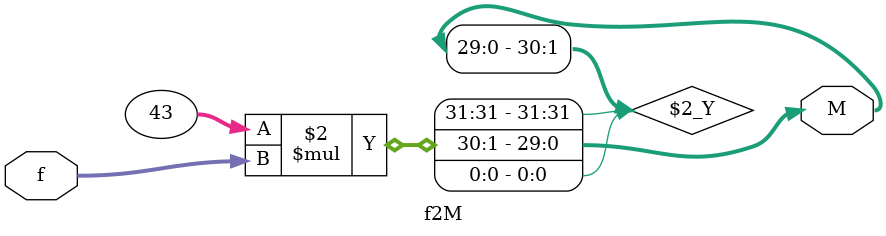
<source format=v>
`define len_N 30
`define fc 28'd50_000_000 //50MHz

module DDS(
	//just for debug
	input CLK_fc,
	input CLK_27M,
	input [17:0] f,
	input phase_select,
	input RST,
	output [7:0] LCD_DATA,
	output LCD_RW,LCD_EN,LCD_RS,LCD_ON,LCD_BLON,
	output [6:0] HEX0,HEX1,HEX2,HEX3,HEX4,HEX5,HEX6,HEX7,
	output [9:0] VGA_R,
	output	VGA_CLK,   				//	VGA Clock
	output	VGA_HS,					//	VGA H_SYNC
	output	VGA_VS,					//	VGA V_SYNC
	output	VGA_BLANK,				//	VGA BLANK
	output	VGA_SYNC				//	VGA SYNC
	);
	
	wire [`len_N-1:0] M;
	wire [9:0] DAC_data;
	wire sRST;
	wire VGA_CTRL_CLK;
	
	reg phase;
	reg [`len_N-1:0] counter;
	reg [`len_N-1:0] phase_counter;
	
	//assign VGA_CLK=CLK_fc;
	assign	LCD_ON		=	1'b1;
	assign	LCD_BLON	=	1'b1;
	assign VGA_BLANK = 1;
	assign VGA_CLK = CLK_fc;
	
	f2M dds_f2M(.f(f), .M(M));
	singleRST dds_sRST(.CLK(CLK_fc),.RST(RST),.sRST(sRST));
	LCD dds_LCD(
		.iCLK(CLK_fc),
		.iRST_N(RST),
		.LCD_DATA(LCD_DATA),
		.LCD_RW(LCD_RW),
		.LCD_EN(LCD_EN),
		.LCD_RS(LCD_RS)
		);
	f_display dds_f_display(
		.f(f),
		.HEX0(HEX0),
		.HEX1(HEX1),
		.HEX2(HEX2),
		.HEX3(HEX3),
		.HEX4(HEX4),
		.HEX5(HEX5),
		.HEX6(HEX6),
		.HEX7(HEX7)
		);
	DDS_ROM dds_sin_table(
		.address(phase_counter[`len_N-1:`len_N-13]), //13 according to 10b_sin_13b_x
		.data(),
		.inclock(CLK_fc),
		.q(VGA_R)
		);
	
	/*reg [9:0] test;
	assign VGA_R=test;
	always @ (posedge VGA_CLK)
	begin
		test<=test+1;
	end*/
	
	//VGA_Audio_PLL dds_PLL(	.areset(),.inclk0(CLK_27M),.c0(),.c1(VGA_CTRL_CLK),.c2(VGA_CLK));
	/*VGA_Controller		u1	(	//	Host Side
							.iCursor_RGB_EN(4'h7),
							.oAddress(mVGA_ADDR),
							.iRed(DAC_data),
							.iGreen(),
							.iBlue(),
							//	VGA Side
							.oVGA_R(VGA_R),
							.oVGA_G(),
							.oVGA_B(),
							.oVGA_H_SYNC(VGA_HS),
							.oVGA_V_SYNC(VGA_VS),
							.oVGA_SYNC(VGA_SYNC),
							.oVGA_BLANK(VGA_BLANK),
							//	Control Signal
							.iCLK(VGA_CTRL_CLK),
							.iRST_N(~RST));*/
	/*VGA_DAC dds_dac(
		
		);*/
	/*initial 
	begin

		counter = 0;
	end*/
	
	always@(posedge CLK_fc)
	begin
		if(!RST)
			counter <= 0;
		else
		begin
			counter <= counter+M;
			if(phase)
				phase_counter <= counter + 268435456; //magic number, 2**(N-2);
			else
				phase_counter <= counter;
			
		end
	end
	
	always@(posedge phase_select)//push button to chang phase
		phase = ~phase;
endmodule

module f2M(input [17:0] f, output reg [`len_N-1:0] M);
	initial
		M=(43*10000)>>1; //default set
	always@(f) //calculater M according to selected f
		M=(43*f)>>1;
		//M=(43*f)>>3;//2**28/50e6=5.37,5.37*8=42.9. it's a magic number
		//improvement1:do not use '**'&'/'
		//improvement2:shift to simulate float calculation
endmodule

/*module VGA_DAC(
	input [9:0] DAC_data,
	input CLK,
	output [9:0] oVGA_R,
	output	reg	oVGA_H_SYNC,
	output	reg	oVGA_V_SYNC,
	output	oVGA_SYNC,
	output	oVGA_BLANK,
	output	oVGA_CLOCK,
	);
	
	assign	oVGA_BLANK	=	oVGA_H_SYNC & oVGA_V_SYNC;
	assign	oVGA_SYNC	=	1'b0;
	assign	oVGA_CLOCK	=	iCLK;
endmodule*/



</source>
